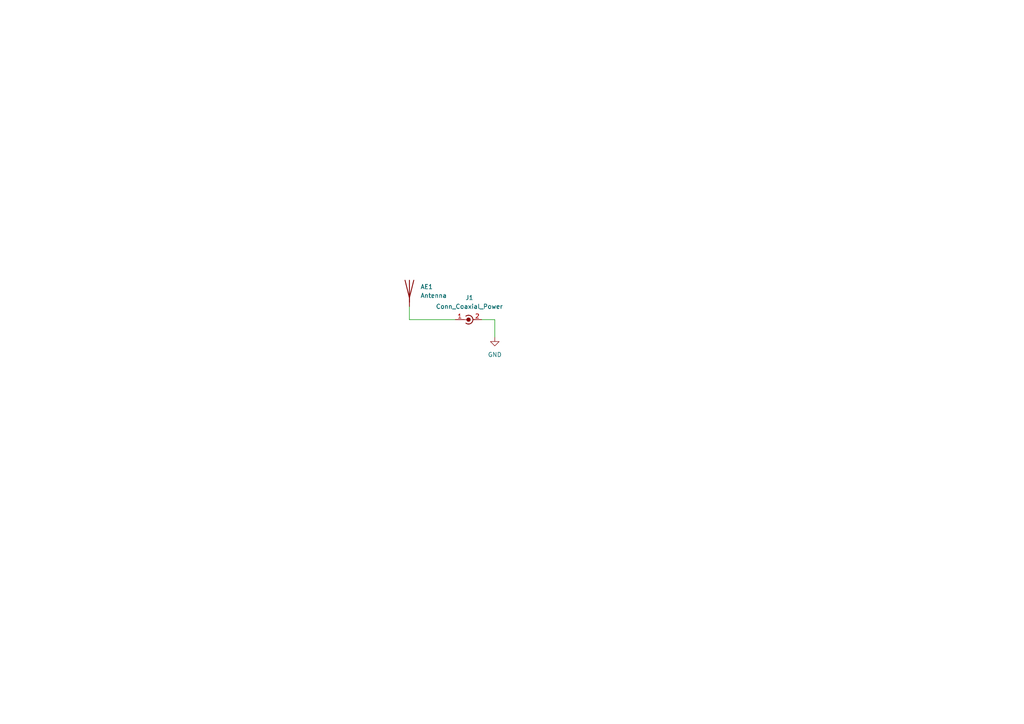
<source format=kicad_sch>
(kicad_sch (version 20211123) (generator eeschema)
  (paper "A4")
  (lib_symbols
    (symbol "Connector:Conn_Coaxial_Power" (pin_names (offset 1.016) hide)
      (property "Reference" "J" (at -5.08 -1.27 90))
      (property "Value" "Conn_Coaxial_Power" (at -3.175 -1.27 90))
      (symbol "Conn_Coaxial_Power_0_1"
        (arc (start -1.27 -1.27) (mid 0 -2.54) (end 1.27 -1.27) (stroke (width 0.254)))
        (arc (start -1.016 -0.508) (mid -1.2048 -0.8684) (end -1.27 -1.27) (stroke (width 0.254)))
        (circle (center 0 -1.27) (radius 0.508) (stroke (width 0.2032)) (fill (type outline)))
        (polyline (pts (xy 0 -2.54) (xy 0 -3.048)))
        (polyline (pts (xy 0 0) (xy 0 -1.27)))
        (arc (start 1.27 -1.27) (mid 1.2048 -0.8684) (end 1.016 -0.508) (stroke (width 0.254)))
      )
      (symbol "Conn_Coaxial_Power_1_1"
        (pin passive line (at 0 2.54 270) (length 2.54) (name "In") (number "1"))
        (pin passive line (at 0 -5.08 90) (length 2.54) (name "Ext") (number "2"))
      )
    )
    (symbol "Device:Antenna" (pin_numbers hide) (pin_names (offset 1.016) hide)
      (property "Reference" "AE" (at -1.905 1.905 0))
      (property "Value" "Antenna" (at -1.905 0 0))
      (symbol "Antenna_0_1"
        (polyline (pts (xy 0 2.54) (xy 0 -3.81)) (stroke (width 0.254)))
        (polyline (pts (xy 1.27 2.54) (xy 0 -2.54) (xy -1.27 2.54)) (stroke (width 0.254)))
      )
      (symbol "Antenna_1_1"
        (pin input line (at 0 -5.08 90) (length 2.54) (name "A") (number "1"))
      )
    )
    (symbol "power:GND" (power) (pin_names (offset 0))
      (property "Value" "GND" (at 0 -3.81 0))
      (symbol "GND_0_1"
        (polyline (pts (xy 0 0) (xy 0 -1.27) (xy 1.27 -1.27) (xy 0 -2.54) (xy -1.27 -1.27) (xy 0 -1.27)))
      )
      (symbol "GND_1_1"
        (pin power_in line (at 0 0 270) (length 0) hide (name "GND") (number "1"))
      )
    )
  )
  (wire (pts (xy 118.745 92.71) (xy 132.08 92.71)))
  (wire (pts (xy 139.7 92.71) (xy 143.51 92.71)))
  (wire (pts (xy 118.745 88.9) (xy 118.745 92.71)))
  (wire (pts (xy 143.51 92.71) (xy 143.51 97.79)))
  (symbol (lib_id "Device:Antenna") (at 118.745 83.82 0) (unit 1)
    (property "Reference" "AE1" (at 121.92 83.1849 0) (effects (justify left)))
    (property "Value" "Antenna" (at 121.92 85.7249 0) (effects (justify left)))
    (property "Footprint" "patch-antenna:2.45GHz_Probe_Fed" (effects hide))
  )
  (symbol (lib_id "Connector:Conn_Coaxial_Power") (at 134.62 92.71 90) (unit 1)
    (property "Reference" "J1" (at 136.144 86.36 90))
    (property "Value" "Conn_Coaxial_Power" (at 136.144 88.9 90))
    (property "Footprint" "Connector_Coaxial:U.FL_Molex_MCRF_73412-0110_Vertical" (effects hide))
  )
  (symbol (lib_id "power:GND") (at 143.51 97.79 0) (unit 1)
    (property "Reference" "#PWR0101" (effects hide))
    (property "Value" "GND" (at 143.51 102.87 0))
  )
)
</source>
